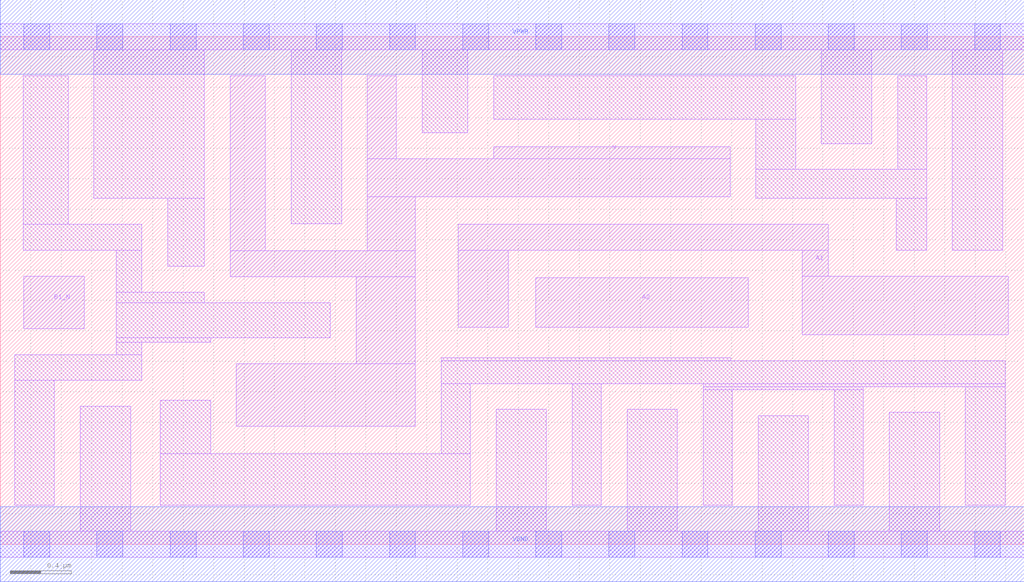
<source format=lef>
# Copyright 2020 The SkyWater PDK Authors
#
# Licensed under the Apache License, Version 2.0 (the "License");
# you may not use this file except in compliance with the License.
# You may obtain a copy of the License at
#
#     https://www.apache.org/licenses/LICENSE-2.0
#
# Unless required by applicable law or agreed to in writing, software
# distributed under the License is distributed on an "AS IS" BASIS,
# WITHOUT WARRANTIES OR CONDITIONS OF ANY KIND, either express or implied.
# See the License for the specific language governing permissions and
# limitations under the License.
#
# SPDX-License-Identifier: Apache-2.0

VERSION 5.7 ;
  NOWIREEXTENSIONATPIN ON ;
  DIVIDERCHAR "/" ;
  BUSBITCHARS "[]" ;
UNITS
  DATABASE MICRONS 200 ;
END UNITS
MACRO sky130_fd_sc_lp__o21bai_4
  CLASS CORE ;
  FOREIGN sky130_fd_sc_lp__o21bai_4 ;
  ORIGIN  0.000000  0.000000 ;
  SIZE  6.720000 BY  3.330000 ;
  SYMMETRY X Y R90 ;
  SITE unit ;
  PIN A1
    ANTENNAGATEAREA  1.260000 ;
    DIRECTION INPUT ;
    USE SIGNAL ;
    PORT
      LAYER li1 ;
        RECT 3.005000 1.425000 3.335000 1.930000 ;
        RECT 3.005000 1.930000 5.435000 2.100000 ;
        RECT 5.265000 1.375000 6.615000 1.760000 ;
        RECT 5.265000 1.760000 5.435000 1.930000 ;
    END
  END A1
  PIN A2
    ANTENNAGATEAREA  1.260000 ;
    DIRECTION INPUT ;
    USE SIGNAL ;
    PORT
      LAYER li1 ;
        RECT 3.515000 1.425000 4.910000 1.750000 ;
    END
  END A2
  PIN B1_N
    ANTENNAGATEAREA  0.315000 ;
    DIRECTION INPUT ;
    USE SIGNAL ;
    PORT
      LAYER li1 ;
        RECT 0.155000 1.415000 0.550000 1.760000 ;
    END
  END B1_N
  PIN Y
    ANTENNADIFFAREA  1.881600 ;
    DIRECTION OUTPUT ;
    USE SIGNAL ;
    PORT
      LAYER li1 ;
        RECT 1.510000 1.755000 2.725000 1.925000 ;
        RECT 1.510000 1.925000 1.740000 3.075000 ;
        RECT 1.550000 0.775000 2.725000 1.185000 ;
        RECT 2.335000 1.185000 2.725000 1.755000 ;
        RECT 2.410000 1.925000 2.725000 2.280000 ;
        RECT 2.410000 2.280000 4.790000 2.530000 ;
        RECT 2.410000 2.530000 2.600000 3.075000 ;
        RECT 3.240000 2.530000 4.790000 2.610000 ;
    END
  END Y
  PIN VGND
    DIRECTION INOUT ;
    USE GROUND ;
    PORT
      LAYER met1 ;
        RECT 0.000000 -0.245000 6.720000 0.245000 ;
    END
  END VGND
  PIN VPWR
    DIRECTION INOUT ;
    USE POWER ;
    PORT
      LAYER met1 ;
        RECT 0.000000 3.085000 6.720000 3.575000 ;
    END
  END VPWR
  OBS
    LAYER li1 ;
      RECT 0.000000 -0.085000 6.720000 0.085000 ;
      RECT 0.000000  3.245000 6.720000 3.415000 ;
      RECT 0.095000  0.255000 0.355000 1.075000 ;
      RECT 0.095000  1.075000 0.930000 1.245000 ;
      RECT 0.150000  1.930000 0.930000 2.100000 ;
      RECT 0.150000  2.100000 0.445000 3.075000 ;
      RECT 0.525000  0.085000 0.855000 0.905000 ;
      RECT 0.615000  2.270000 1.340000 3.245000 ;
      RECT 0.760000  1.245000 0.930000 1.325000 ;
      RECT 0.760000  1.325000 1.380000 1.355000 ;
      RECT 0.760000  1.355000 2.165000 1.585000 ;
      RECT 0.760000  1.585000 1.340000 1.655000 ;
      RECT 0.760000  1.655000 0.930000 1.930000 ;
      RECT 1.050000  0.255000 3.085000 0.595000 ;
      RECT 1.050000  0.595000 1.380000 0.945000 ;
      RECT 1.100000  1.825000 1.340000 2.270000 ;
      RECT 1.910000  2.105000 2.240000 3.245000 ;
      RECT 2.770000  2.700000 3.070000 3.245000 ;
      RECT 2.895000  0.595000 3.085000 1.055000 ;
      RECT 2.895000  1.055000 6.595000 1.205000 ;
      RECT 2.895000  1.205000 4.795000 1.225000 ;
      RECT 3.240000  2.790000 5.220000 3.075000 ;
      RECT 3.255000  0.085000 3.585000 0.885000 ;
      RECT 3.755000  0.255000 3.945000 1.055000 ;
      RECT 4.115000  0.085000 4.445000 0.885000 ;
      RECT 4.615000  0.255000 4.805000 1.015000 ;
      RECT 4.615000  1.015000 5.665000 1.035000 ;
      RECT 4.615000  1.035000 6.595000 1.055000 ;
      RECT 4.960000  2.270000 6.080000 2.460000 ;
      RECT 4.960000  2.460000 5.220000 2.790000 ;
      RECT 4.975000  0.085000 5.305000 0.845000 ;
      RECT 5.390000  2.630000 5.720000 3.245000 ;
      RECT 5.475000  0.255000 5.665000 1.015000 ;
      RECT 5.835000  0.085000 6.165000 0.865000 ;
      RECT 5.880000  1.930000 6.080000 2.270000 ;
      RECT 5.890000  2.460000 6.080000 3.075000 ;
      RECT 6.250000  1.930000 6.580000 3.245000 ;
      RECT 6.335000  0.255000 6.595000 1.035000 ;
    LAYER mcon ;
      RECT 0.155000 -0.085000 0.325000 0.085000 ;
      RECT 0.155000  3.245000 0.325000 3.415000 ;
      RECT 0.635000 -0.085000 0.805000 0.085000 ;
      RECT 0.635000  3.245000 0.805000 3.415000 ;
      RECT 1.115000 -0.085000 1.285000 0.085000 ;
      RECT 1.115000  3.245000 1.285000 3.415000 ;
      RECT 1.595000 -0.085000 1.765000 0.085000 ;
      RECT 1.595000  3.245000 1.765000 3.415000 ;
      RECT 2.075000 -0.085000 2.245000 0.085000 ;
      RECT 2.075000  3.245000 2.245000 3.415000 ;
      RECT 2.555000 -0.085000 2.725000 0.085000 ;
      RECT 2.555000  3.245000 2.725000 3.415000 ;
      RECT 3.035000 -0.085000 3.205000 0.085000 ;
      RECT 3.035000  3.245000 3.205000 3.415000 ;
      RECT 3.515000 -0.085000 3.685000 0.085000 ;
      RECT 3.515000  3.245000 3.685000 3.415000 ;
      RECT 3.995000 -0.085000 4.165000 0.085000 ;
      RECT 3.995000  3.245000 4.165000 3.415000 ;
      RECT 4.475000 -0.085000 4.645000 0.085000 ;
      RECT 4.475000  3.245000 4.645000 3.415000 ;
      RECT 4.955000 -0.085000 5.125000 0.085000 ;
      RECT 4.955000  3.245000 5.125000 3.415000 ;
      RECT 5.435000 -0.085000 5.605000 0.085000 ;
      RECT 5.435000  3.245000 5.605000 3.415000 ;
      RECT 5.915000 -0.085000 6.085000 0.085000 ;
      RECT 5.915000  3.245000 6.085000 3.415000 ;
      RECT 6.395000 -0.085000 6.565000 0.085000 ;
      RECT 6.395000  3.245000 6.565000 3.415000 ;
  END
END sky130_fd_sc_lp__o21bai_4
END LIBRARY

</source>
